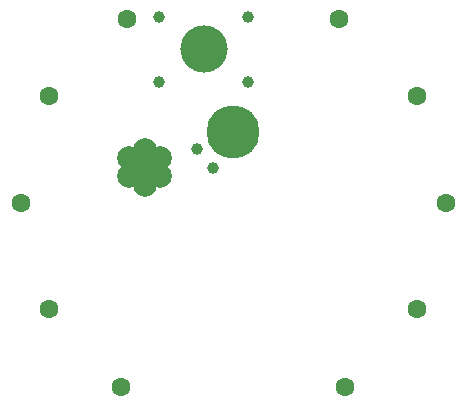
<source format=gbs>
%TF.GenerationSoftware,KiCad,Pcbnew,8.0.7*%
%TF.CreationDate,2024-12-04T21:31:05-06:00*%
%TF.ProjectId,b2,62322e6b-6963-4616-945f-706362585858,rev?*%
%TF.SameCoordinates,Original*%
%TF.FileFunction,Soldermask,Bot*%
%TF.FilePolarity,Negative*%
%FSLAX46Y46*%
G04 Gerber Fmt 4.6, Leading zero omitted, Abs format (unit mm)*
G04 Created by KiCad (PCBNEW 8.0.7) date 2024-12-04 21:31:05*
%MOMM*%
%LPD*%
G01*
G04 APERTURE LIST*
%ADD10C,4.500000*%
%ADD11C,1.000000*%
%ADD12C,1.600000*%
%ADD13C,2.000000*%
%ADD14C,4.000000*%
G04 APERTURE END LIST*
D10*
%TO.C,T1*%
X100000000Y-44000000D03*
%TD*%
D11*
%TO.C,T21*%
X93750000Y-34250000D03*
%TD*%
D12*
%TO.C,T18*%
X90500000Y-65588457D03*
%TD*%
%TO.C,T16*%
X109500000Y-65588457D03*
%TD*%
%TO.C,T20*%
X82000000Y-50000000D03*
%TD*%
D13*
%TO.C,T51*%
X92500000Y-45500000D03*
%TD*%
D12*
%TO.C,T19*%
X84411542Y-59000000D03*
%TD*%
D13*
%TO.C,T53*%
X93799038Y-47750000D03*
%TD*%
D11*
%TO.C,T21*%
X96950000Y-45450000D03*
%TD*%
D12*
%TO.C,T21*%
X84411542Y-41000000D03*
%TD*%
D13*
%TO.C,T54*%
X92500000Y-48500000D03*
%TD*%
D11*
%TO.C,T21*%
X101250000Y-39750000D03*
%TD*%
D13*
%TO.C,T52*%
X93799038Y-46250000D03*
%TD*%
D12*
%TO.C,T13*%
X115588457Y-41000000D03*
%TD*%
%TO.C,T22*%
X91000000Y-34411542D03*
%TD*%
D13*
%TO.C,T56*%
X91200961Y-46250000D03*
%TD*%
D11*
%TO.C,T21*%
X93750000Y-39750000D03*
%TD*%
D12*
%TO.C,T14*%
X118000000Y-50000000D03*
%TD*%
%TO.C,T15*%
X115588457Y-59000000D03*
%TD*%
D13*
%TO.C,T51*%
X92500000Y-47000000D03*
%TD*%
D12*
%TO.C,T12*%
X109000000Y-34411542D03*
%TD*%
D11*
%TO.C,T21*%
X101250000Y-34250000D03*
%TD*%
%TO.C,T21*%
X98275000Y-47050000D03*
%TD*%
D13*
%TO.C,T55*%
X91200961Y-47750000D03*
%TD*%
D14*
%TO.C,REF\u002A\u002A*%
X97500000Y-37000000D03*
%TD*%
M02*

</source>
